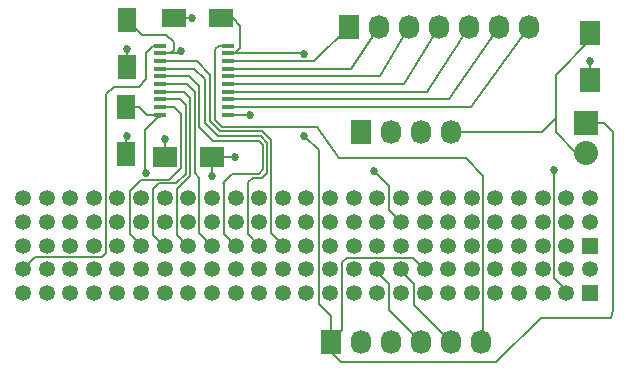
<source format=gtl>
G04 #@! TF.FileFunction,Copper,L1,Top,Signal*
%FSLAX46Y46*%
G04 Gerber Fmt 4.6, Leading zero omitted, Abs format (unit mm)*
G04 Created by KiCad (PCBNEW 4.0.4-stable) date 10/29/16 17:18:15*
%MOMM*%
%LPD*%
G01*
G04 APERTURE LIST*
%ADD10C,0.100000*%
%ADD11R,1.600000X2.000000*%
%ADD12R,2.000000X1.600000*%
%ADD13R,1.350000X1.350000*%
%ADD14C,1.350000*%
%ADD15R,2.032000X2.032000*%
%ADD16O,2.032000X2.032000*%
%ADD17R,1.727200X2.032000*%
%ADD18O,1.727200X2.032000*%
%ADD19R,2.000000X1.700000*%
%ADD20R,1.700000X2.000000*%
%ADD21R,1.000000X0.400000*%
%ADD22C,0.685800*%
%ADD23C,0.152400*%
G04 APERTURE END LIST*
D10*
D11*
X48844200Y-43897800D03*
X48844200Y-47897800D03*
X48750000Y-51250000D03*
X48750000Y-55250000D03*
D12*
X56750000Y-43750000D03*
X52750000Y-43750000D03*
D13*
X88000000Y-67000000D03*
D14*
X86000000Y-67000000D03*
X84000000Y-67000000D03*
X82000000Y-67000000D03*
X80000000Y-67000000D03*
X78000000Y-67000000D03*
X76000000Y-67000000D03*
X74000000Y-67000000D03*
X72000000Y-67000000D03*
X70000000Y-67000000D03*
X68000000Y-67000000D03*
X66000000Y-67000000D03*
X64000000Y-67000000D03*
X62000000Y-67000000D03*
X60000000Y-67000000D03*
X58000000Y-67000000D03*
X56000000Y-67000000D03*
X54000000Y-67000000D03*
X52000000Y-67000000D03*
X50000000Y-67000000D03*
X48000000Y-67000000D03*
X46000000Y-67000000D03*
X44000000Y-67000000D03*
X42000000Y-67000000D03*
X40000000Y-67000000D03*
X88000000Y-65000000D03*
X86000000Y-65000000D03*
X84000000Y-65000000D03*
X82000000Y-65000000D03*
X80000000Y-65000000D03*
X78000000Y-65000000D03*
X76000000Y-65000000D03*
X74000000Y-65000000D03*
X72000000Y-65000000D03*
X70000000Y-65000000D03*
X68000000Y-65000000D03*
X66000000Y-65000000D03*
X64000000Y-65000000D03*
X62000000Y-65000000D03*
X60000000Y-65000000D03*
X58000000Y-65000000D03*
X56000000Y-65000000D03*
X54000000Y-65000000D03*
X52000000Y-65000000D03*
X50000000Y-65000000D03*
X48000000Y-65000000D03*
X46000000Y-65000000D03*
X44000000Y-65000000D03*
X42000000Y-65000000D03*
X40000000Y-65000000D03*
X40000000Y-59000000D03*
X42000000Y-59000000D03*
X44000000Y-59000000D03*
X46000000Y-59000000D03*
X48000000Y-59000000D03*
X50000000Y-59000000D03*
X52000000Y-59000000D03*
X54000000Y-59000000D03*
X56000000Y-59000000D03*
X58000000Y-59000000D03*
X60000000Y-59000000D03*
X62000000Y-59000000D03*
X64000000Y-59000000D03*
X66000000Y-59000000D03*
X68000000Y-59000000D03*
X70000000Y-59000000D03*
X72000000Y-59000000D03*
X74000000Y-59000000D03*
X76000000Y-59000000D03*
X78000000Y-59000000D03*
X80000000Y-59000000D03*
X82000000Y-59000000D03*
X84000000Y-59000000D03*
X86000000Y-59000000D03*
X88000000Y-59000000D03*
D13*
X88000000Y-63000000D03*
D14*
X86000000Y-63000000D03*
X84000000Y-63000000D03*
X82000000Y-63000000D03*
X80000000Y-63000000D03*
X78000000Y-63000000D03*
X76000000Y-63000000D03*
X74000000Y-63000000D03*
X72000000Y-63000000D03*
X70000000Y-63000000D03*
X68000000Y-63000000D03*
X66000000Y-63000000D03*
X64000000Y-63000000D03*
X62000000Y-63000000D03*
X60000000Y-63000000D03*
X58000000Y-63000000D03*
X56000000Y-63000000D03*
X54000000Y-63000000D03*
X52000000Y-63000000D03*
X50000000Y-63000000D03*
X48000000Y-63000000D03*
X46000000Y-63000000D03*
X44000000Y-63000000D03*
X42000000Y-63000000D03*
X40000000Y-63000000D03*
X88000000Y-61000000D03*
X86000000Y-61000000D03*
X84000000Y-61000000D03*
X82000000Y-61000000D03*
X80000000Y-61000000D03*
X78000000Y-61000000D03*
X76000000Y-61000000D03*
X74000000Y-61000000D03*
X72000000Y-61000000D03*
X70000000Y-61000000D03*
X68000000Y-61000000D03*
X66000000Y-61000000D03*
X64000000Y-61000000D03*
X62000000Y-61000000D03*
X60000000Y-61000000D03*
X58000000Y-61000000D03*
X56000000Y-61000000D03*
X54000000Y-61000000D03*
X52000000Y-61000000D03*
X50000000Y-61000000D03*
X48000000Y-61000000D03*
X46000000Y-61000000D03*
X44000000Y-61000000D03*
X42000000Y-61000000D03*
X40000000Y-61000000D03*
D15*
X87630000Y-52578000D03*
D16*
X87630000Y-55118000D03*
D17*
X68580000Y-53340000D03*
D18*
X71120000Y-53340000D03*
X73660000Y-53340000D03*
X76200000Y-53340000D03*
D17*
X66040000Y-71120000D03*
D18*
X68580000Y-71120000D03*
X71120000Y-71120000D03*
X73660000Y-71120000D03*
X76200000Y-71120000D03*
X78740000Y-71120000D03*
D17*
X67564000Y-44450000D03*
D18*
X70104000Y-44450000D03*
X72644000Y-44450000D03*
X75184000Y-44450000D03*
X77724000Y-44450000D03*
X80264000Y-44450000D03*
X82804000Y-44450000D03*
D19*
X52000000Y-55500000D03*
X56000000Y-55500000D03*
D20*
X88000000Y-49000000D03*
X88000000Y-45000000D03*
D21*
X51600000Y-46075000D03*
X51600000Y-46725000D03*
X51600000Y-47375000D03*
X51600000Y-48025000D03*
X51600000Y-48675000D03*
X51600000Y-49325000D03*
X51600000Y-49975000D03*
X51600000Y-50625000D03*
X51600000Y-51275000D03*
X51600000Y-51925000D03*
X57400000Y-51925000D03*
X57400000Y-51275000D03*
X57400000Y-50625000D03*
X57400000Y-49975000D03*
X57400000Y-49325000D03*
X57400000Y-48675000D03*
X57400000Y-48025000D03*
X57400000Y-47375000D03*
X57400000Y-46725000D03*
X57400000Y-46075000D03*
D22*
X84988400Y-56565800D03*
X53390800Y-46482000D03*
X50419000Y-56845200D03*
X56032400Y-57124600D03*
X69748400Y-56667400D03*
X57912000Y-55473600D03*
X87985600Y-47396400D03*
X59182000Y-51917600D03*
X52019200Y-53949600D03*
X48768000Y-53695600D03*
X48844200Y-46329600D03*
X54305200Y-43738800D03*
X63804800Y-46761400D03*
X63804800Y-53695600D03*
D23*
X86000000Y-67000000D02*
X86000000Y-66772200D01*
X86000000Y-66772200D02*
X84988400Y-65760600D01*
X84988400Y-65760600D02*
X84988400Y-56565800D01*
X53390800Y-46482000D02*
X53147800Y-46725000D01*
X53147800Y-46725000D02*
X51600000Y-46725000D01*
X51600000Y-46725000D02*
X52465400Y-46725000D01*
X50107600Y-45161200D02*
X48844200Y-43897800D01*
X52146200Y-45161200D02*
X50107600Y-45161200D01*
X52781200Y-45796200D02*
X52146200Y-45161200D01*
X52781200Y-46409200D02*
X52781200Y-45796200D01*
X52465400Y-46725000D02*
X52781200Y-46409200D01*
X56000000Y-55500000D02*
X56000000Y-57092200D01*
X50292000Y-53233000D02*
X51600000Y-51925000D01*
X50292000Y-56718200D02*
X50292000Y-53233000D01*
X50419000Y-56845200D02*
X50292000Y-56718200D01*
X56000000Y-57092200D02*
X56032400Y-57124600D01*
X56000000Y-55500000D02*
X57885600Y-55500000D01*
X71018400Y-60018400D02*
X72000000Y-61000000D01*
X71018400Y-57962800D02*
X71018400Y-60018400D01*
X70231000Y-57175400D02*
X71018400Y-57962800D01*
X70231000Y-57150000D02*
X70231000Y-57175400D01*
X69748400Y-56667400D02*
X70231000Y-57150000D01*
X57885600Y-55500000D02*
X57912000Y-55473600D01*
X56000000Y-55500000D02*
X56000000Y-56191800D01*
X51600000Y-51925000D02*
X51600000Y-52108000D01*
X48750000Y-51250000D02*
X49802200Y-51250000D01*
X49802200Y-51250000D02*
X50477200Y-51925000D01*
X50477200Y-51925000D02*
X51600000Y-51925000D01*
X51600000Y-46075000D02*
X51003800Y-46075000D01*
X41017400Y-63982600D02*
X40000000Y-65000000D01*
X46685200Y-63982600D02*
X41017400Y-63982600D01*
X47015400Y-63652400D02*
X46685200Y-63982600D01*
X47015400Y-50190400D02*
X47015400Y-63652400D01*
X47675800Y-49530000D02*
X47015400Y-50190400D01*
X49784000Y-49530000D02*
X47675800Y-49530000D01*
X50419000Y-48895000D02*
X49784000Y-49530000D01*
X50419000Y-46659800D02*
X50419000Y-48895000D01*
X51003800Y-46075000D02*
X50419000Y-46659800D01*
X59080400Y-57683400D02*
X59080400Y-57632600D01*
X58191400Y-53746400D02*
X56845200Y-53746400D01*
X54502000Y-48025000D02*
X51600000Y-48025000D01*
X56540400Y-53746400D02*
X56845200Y-53746400D01*
X55397400Y-52603400D02*
X56540400Y-53746400D01*
X55397400Y-48920400D02*
X55397400Y-52603400D01*
X54502000Y-48025000D02*
X55397400Y-48920400D01*
X60121800Y-53746400D02*
X58191400Y-53746400D01*
X60680598Y-54305198D02*
X60121800Y-53746400D01*
X60680598Y-56845200D02*
X60680598Y-54305198D01*
X60274198Y-57251600D02*
X60680598Y-56845200D01*
X59461400Y-57251600D02*
X60274198Y-57251600D01*
X59080400Y-57632600D02*
X59461400Y-57251600D01*
X59080400Y-59029600D02*
X59080400Y-57683400D01*
X59080400Y-57683400D02*
X59080400Y-57658000D01*
X59055000Y-62055000D02*
X60000000Y-63000000D01*
X59080400Y-59004200D02*
X59080400Y-59029600D01*
X59080400Y-59029600D02*
X59055000Y-62055000D01*
X51600000Y-49325000D02*
X53897000Y-49325000D01*
X54940200Y-61940200D02*
X56000000Y-63000000D01*
X54940200Y-57277000D02*
X54940200Y-61940200D01*
X54533800Y-56870600D02*
X54940200Y-57277000D01*
X54533800Y-49961800D02*
X54533800Y-56870600D01*
X53897000Y-49325000D02*
X54533800Y-49961800D01*
X62000000Y-63000000D02*
X62000000Y-62914400D01*
X62000000Y-62914400D02*
X60985400Y-61899800D01*
X60985400Y-61899800D02*
X60985400Y-54051200D01*
X60985400Y-54051200D02*
X60248800Y-53314600D01*
X60248800Y-53314600D02*
X56692800Y-53314600D01*
X56692800Y-53314600D02*
X55854600Y-52476400D01*
X55854600Y-52476400D02*
X55854600Y-48514000D01*
X55854600Y-48514000D02*
X54715600Y-47375000D01*
X54715600Y-47375000D02*
X51600000Y-47375000D01*
X57556400Y-54152800D02*
X59994796Y-54152800D01*
X54085200Y-48675000D02*
X54889400Y-49479200D01*
X54889400Y-49479200D02*
X54889400Y-52933600D01*
X54889400Y-52933600D02*
X56108600Y-54152800D01*
X56108600Y-54152800D02*
X57556400Y-54152800D01*
X51600000Y-48675000D02*
X54085200Y-48675000D01*
X57734200Y-56896000D02*
X56997600Y-57632600D01*
X59944000Y-56896000D02*
X57734200Y-56896000D01*
X60299600Y-56540400D02*
X59944000Y-56896000D01*
X60299600Y-54457604D02*
X60299600Y-56540400D01*
X59994796Y-54152800D02*
X60299600Y-54457604D01*
X56997600Y-57632600D02*
X56997600Y-57708800D01*
X56997600Y-57708800D02*
X56972200Y-57734200D01*
X56972200Y-57734200D02*
X56997600Y-57734200D01*
X56997600Y-61997600D02*
X58000000Y-63000000D01*
X56997600Y-57632600D02*
X56997600Y-57734200D01*
X56997600Y-57734200D02*
X56997600Y-61997600D01*
X76200000Y-53340000D02*
X83947000Y-53340000D01*
X83947000Y-53340000D02*
X85090000Y-52197000D01*
X87630000Y-55118000D02*
X86842600Y-55118000D01*
X86842600Y-55118000D02*
X85090000Y-53365400D01*
X85090000Y-53365400D02*
X85090000Y-53340000D01*
X85090000Y-53340000D02*
X85090000Y-52197000D01*
X85090000Y-52197000D02*
X85090000Y-48514000D01*
X85090000Y-48514000D02*
X88000000Y-45604000D01*
X88000000Y-45604000D02*
X88000000Y-45000000D01*
X56883300Y-52997100D02*
X56769000Y-52882800D01*
X56566400Y-46075000D02*
X56286400Y-46355000D01*
X56286400Y-46355000D02*
X56286400Y-46888400D01*
X78968600Y-70891400D02*
X78968600Y-57073800D01*
X77470000Y-55575200D02*
X78968600Y-57073800D01*
X66776600Y-55575200D02*
X77470000Y-55575200D01*
X64935100Y-52997100D02*
X66776600Y-55575200D01*
X56883300Y-52997100D02*
X64935100Y-52997100D01*
X56286400Y-46888400D02*
X56286400Y-52400200D01*
X56566400Y-46075000D02*
X57400000Y-46075000D01*
X56769000Y-52882800D02*
X56286400Y-52400200D01*
X78968600Y-70891400D02*
X78740000Y-71120000D01*
X57400000Y-47375000D02*
X64639000Y-47375000D01*
X64639000Y-47375000D02*
X67564000Y-44450000D01*
X57400000Y-48025000D02*
X58820000Y-48025000D01*
X58820000Y-48025000D02*
X58826400Y-48031400D01*
X58657400Y-48031400D02*
X58826400Y-48031400D01*
X58826400Y-48031400D02*
X67786400Y-48031400D01*
X67786400Y-48031400D02*
X70104000Y-44450000D01*
X57247600Y-48666400D02*
X70252600Y-48666400D01*
X70252600Y-48666400D02*
X72644000Y-44450000D01*
X57400000Y-49325000D02*
X72295000Y-49325000D01*
X72295000Y-49325000D02*
X75184000Y-44450000D01*
X57400000Y-49975000D02*
X74185000Y-49975000D01*
X74185000Y-49975000D02*
X77724000Y-44450000D01*
X57400000Y-50625000D02*
X76075000Y-50625000D01*
X76075000Y-50625000D02*
X80264000Y-44450000D01*
X57400000Y-51275000D02*
X77965000Y-51275000D01*
X77965000Y-51275000D02*
X82804000Y-44450000D01*
X54000000Y-63000000D02*
X53932200Y-63000000D01*
X53932200Y-63000000D02*
X53009800Y-62077600D01*
X53009800Y-62077600D02*
X53009800Y-58216800D01*
X53009800Y-58216800D02*
X54127400Y-57099200D01*
X54127400Y-57099200D02*
X54127400Y-50495200D01*
X54127400Y-50495200D02*
X53607200Y-49975000D01*
X53607200Y-49975000D02*
X51600000Y-49975000D01*
X52000000Y-63000000D02*
X51900200Y-63000000D01*
X51900200Y-63000000D02*
X51003200Y-62103000D01*
X51003200Y-62103000D02*
X51003200Y-58216800D01*
X51003200Y-58216800D02*
X51485800Y-57734200D01*
X51485800Y-57734200D02*
X52933600Y-57734200D01*
X52933600Y-57734200D02*
X53771800Y-56896000D01*
X53771800Y-56896000D02*
X53771800Y-51104800D01*
X53771800Y-51104800D02*
X53292000Y-50625000D01*
X53292000Y-50625000D02*
X51600000Y-50625000D01*
X50000000Y-63000000D02*
X50000000Y-62954000D01*
X50000000Y-62954000D02*
X49047400Y-62001400D01*
X49047400Y-62001400D02*
X49047400Y-58343800D01*
X49047400Y-58343800D02*
X49961802Y-57429398D01*
X49961802Y-57429398D02*
X52349402Y-57429398D01*
X52349402Y-57429398D02*
X53365400Y-56413400D01*
X53365400Y-56413400D02*
X53365400Y-51816000D01*
X53365400Y-51816000D02*
X52824400Y-51275000D01*
X52824400Y-51275000D02*
X51600000Y-51275000D01*
X88000000Y-49000000D02*
X88000000Y-47410800D01*
X88000000Y-47410800D02*
X87985600Y-47396400D01*
X57400000Y-51925000D02*
X59174600Y-51925000D01*
X59174600Y-51925000D02*
X59182000Y-51917600D01*
X52000000Y-55500000D02*
X52000000Y-53968800D01*
X52000000Y-53968800D02*
X52019200Y-53949600D01*
X48750000Y-55250000D02*
X48750000Y-53713600D01*
X48750000Y-53713600D02*
X48768000Y-53695600D01*
X48844200Y-47897800D02*
X48844200Y-46329600D01*
X52750000Y-43750000D02*
X54294000Y-43750000D01*
X54294000Y-43750000D02*
X54305200Y-43738800D01*
X87630000Y-52578000D02*
X89204800Y-52578000D01*
X66903600Y-72872600D02*
X80086200Y-72872600D01*
X80086200Y-72872600D02*
X83820000Y-69138800D01*
X83820000Y-69138800D02*
X89763600Y-69138800D01*
X89763600Y-69138800D02*
X89966800Y-68427600D01*
X89966800Y-68427600D02*
X89966800Y-56184800D01*
X66903600Y-72872600D02*
X66040000Y-72009000D01*
X89966800Y-53340000D02*
X89966800Y-56184800D01*
X89204800Y-52578000D02*
X89966800Y-53340000D01*
X66040000Y-71120000D02*
X66040000Y-68961000D01*
X63768400Y-46725000D02*
X57400000Y-46725000D01*
X63804800Y-46761400D02*
X63768400Y-46725000D01*
X65024000Y-54914800D02*
X63804800Y-53695600D01*
X65024000Y-67945000D02*
X65024000Y-54914800D01*
X66040000Y-68961000D02*
X65024000Y-67945000D01*
X56750000Y-43750000D02*
X57745400Y-43750000D01*
X57745400Y-43750000D02*
X58394600Y-44399200D01*
X57973800Y-46725000D02*
X57400000Y-46725000D01*
X58394600Y-46304200D02*
X57973800Y-46725000D01*
X58394600Y-44399200D02*
X58394600Y-46304200D01*
X66040000Y-71120000D02*
X66040000Y-72009000D01*
X74000000Y-65000000D02*
X73991600Y-65000000D01*
X73991600Y-65000000D02*
X72999600Y-64008000D01*
X72999600Y-64008000D02*
X67411600Y-64008000D01*
X67411600Y-64008000D02*
X67005200Y-64414400D01*
X67005200Y-64414400D02*
X67005200Y-70154800D01*
X67005200Y-70154800D02*
X66040000Y-71120000D01*
X72000000Y-65000000D02*
X72000000Y-65142000D01*
X72000000Y-65142000D02*
X73075800Y-66217800D01*
X73075800Y-66217800D02*
X73075800Y-67995800D01*
X73075800Y-67995800D02*
X76200000Y-71120000D01*
X70000000Y-65000000D02*
X70000000Y-65224800D01*
X70000000Y-65224800D02*
X71018400Y-66243200D01*
X71018400Y-66243200D02*
X71018400Y-68478400D01*
X71018400Y-68478400D02*
X73660000Y-71120000D01*
M02*

</source>
